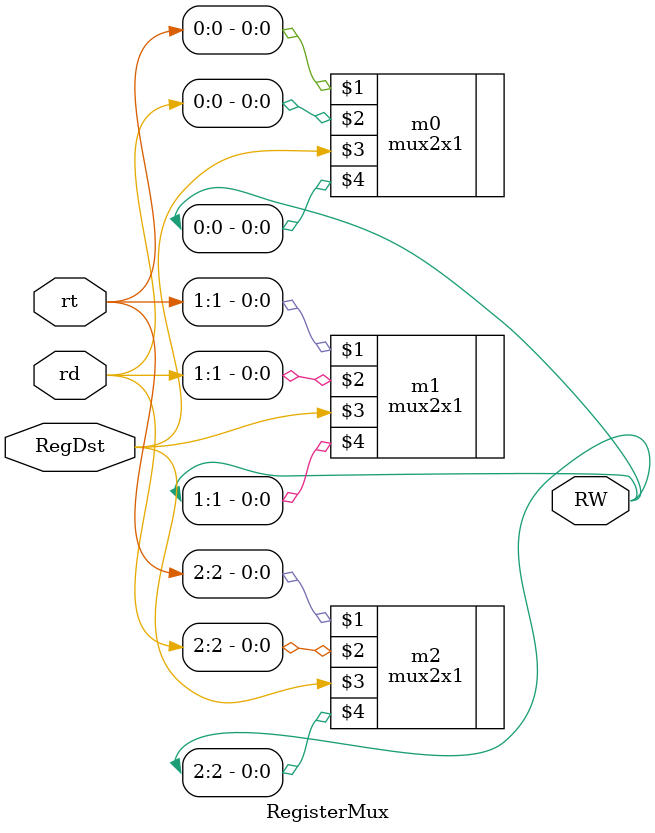
<source format=v>
module RegisterMux (rt, rd, RegDst, RW);

	input [2:0] rt;
	input [2:0] rd;
	input RegDst;
	output [2:0] RW;
	
	mux2x1 m0 (rt[0], rd[0], RegDst, RW[0]);
	mux2x1 m1 (rt[1], rd[1], RegDst, RW[1]);
	mux2x1 m2 (rt[2], rd[2], RegDst, RW[2]);

endmodule

</source>
